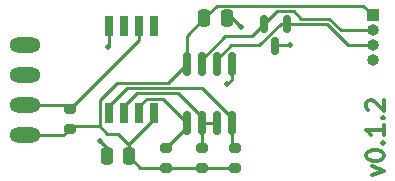
<source format=gbr>
%TF.GenerationSoftware,KiCad,Pcbnew,(6.0.0)*%
%TF.CreationDate,2022-01-09T12:52:57+00:00*%
%TF.ProjectId,DHT22,44485432-322e-46b6-9963-61645f706362,rev?*%
%TF.SameCoordinates,Original*%
%TF.FileFunction,Copper,L1,Top*%
%TF.FilePolarity,Positive*%
%FSLAX46Y46*%
G04 Gerber Fmt 4.6, Leading zero omitted, Abs format (unit mm)*
G04 Created by KiCad (PCBNEW (6.0.0)) date 2022-01-09 12:52:57*
%MOMM*%
%LPD*%
G01*
G04 APERTURE LIST*
G04 Aperture macros list*
%AMRoundRect*
0 Rectangle with rounded corners*
0 $1 Rounding radius*
0 $2 $3 $4 $5 $6 $7 $8 $9 X,Y pos of 4 corners*
0 Add a 4 corners polygon primitive as box body*
4,1,4,$2,$3,$4,$5,$6,$7,$8,$9,$2,$3,0*
0 Add four circle primitives for the rounded corners*
1,1,$1+$1,$2,$3*
1,1,$1+$1,$4,$5*
1,1,$1+$1,$6,$7*
1,1,$1+$1,$8,$9*
0 Add four rect primitives between the rounded corners*
20,1,$1+$1,$2,$3,$4,$5,0*
20,1,$1+$1,$4,$5,$6,$7,0*
20,1,$1+$1,$6,$7,$8,$9,0*
20,1,$1+$1,$8,$9,$2,$3,0*%
G04 Aperture macros list end*
%ADD10C,0.300000*%
%TA.AperFunction,NonConductor*%
%ADD11C,0.300000*%
%TD*%
%TA.AperFunction,SMDPad,CuDef*%
%ADD12RoundRect,0.250000X0.250000X0.475000X-0.250000X0.475000X-0.250000X-0.475000X0.250000X-0.475000X0*%
%TD*%
%TA.AperFunction,SMDPad,CuDef*%
%ADD13R,0.650000X1.700000*%
%TD*%
%TA.AperFunction,SMDPad,CuDef*%
%ADD14RoundRect,0.200000X0.275000X-0.200000X0.275000X0.200000X-0.275000X0.200000X-0.275000X-0.200000X0*%
%TD*%
%TA.AperFunction,SMDPad,CuDef*%
%ADD15RoundRect,0.150000X-0.150000X0.587500X-0.150000X-0.587500X0.150000X-0.587500X0.150000X0.587500X0*%
%TD*%
%TA.AperFunction,SMDPad,CuDef*%
%ADD16RoundRect,0.250000X-0.250000X-0.475000X0.250000X-0.475000X0.250000X0.475000X-0.250000X0.475000X0*%
%TD*%
%TA.AperFunction,SMDPad,CuDef*%
%ADD17RoundRect,0.150000X0.150000X-0.825000X0.150000X0.825000X-0.150000X0.825000X-0.150000X-0.825000X0*%
%TD*%
%TA.AperFunction,ComponentPad*%
%ADD18R,1.000000X1.000000*%
%TD*%
%TA.AperFunction,ComponentPad*%
%ADD19O,1.000000X1.000000*%
%TD*%
%TA.AperFunction,ComponentPad*%
%ADD20O,2.616000X1.308000*%
%TD*%
%TA.AperFunction,ViaPad*%
%ADD21C,0.508000*%
%TD*%
%TA.AperFunction,Conductor*%
%ADD22C,0.250000*%
%TD*%
G04 APERTURE END LIST*
D10*
D11*
X132012571Y-99861285D02*
X133012571Y-99504142D01*
X132012571Y-99147000D01*
X131512571Y-98289857D02*
X131512571Y-98147000D01*
X131584000Y-98004142D01*
X131655428Y-97932714D01*
X131798285Y-97861285D01*
X132084000Y-97789857D01*
X132441142Y-97789857D01*
X132726857Y-97861285D01*
X132869714Y-97932714D01*
X132941142Y-98004142D01*
X133012571Y-98147000D01*
X133012571Y-98289857D01*
X132941142Y-98432714D01*
X132869714Y-98504142D01*
X132726857Y-98575571D01*
X132441142Y-98647000D01*
X132084000Y-98647000D01*
X131798285Y-98575571D01*
X131655428Y-98504142D01*
X131584000Y-98432714D01*
X131512571Y-98289857D01*
X132869714Y-97147000D02*
X132941142Y-97075571D01*
X133012571Y-97147000D01*
X132941142Y-97218428D01*
X132869714Y-97147000D01*
X133012571Y-97147000D01*
X133012571Y-95647000D02*
X133012571Y-96504142D01*
X133012571Y-96075571D02*
X131512571Y-96075571D01*
X131726857Y-96218428D01*
X131869714Y-96361285D01*
X131941142Y-96504142D01*
X132869714Y-95004142D02*
X132941142Y-94932714D01*
X133012571Y-95004142D01*
X132941142Y-95075571D01*
X132869714Y-95004142D01*
X133012571Y-95004142D01*
X131655428Y-94361285D02*
X131584000Y-94289857D01*
X131512571Y-94147000D01*
X131512571Y-93789857D01*
X131584000Y-93647000D01*
X131655428Y-93575571D01*
X131798285Y-93504142D01*
X131941142Y-93504142D01*
X132155428Y-93575571D01*
X133012571Y-94432714D01*
X133012571Y-93504142D01*
D12*
%TO.P,C2,1*%
%TO.N,VCC*%
X111440000Y-98298000D03*
%TO.P,C2,2*%
%TO.N,GND*%
X109540000Y-98298000D03*
%TD*%
D13*
%TO.P,U1,1,~{RESET}/PB5*%
%TO.N,unconnected-(U1-Pad1)*%
X113538000Y-87282000D03*
%TO.P,U1,2,XTAL1/PB3*%
%TO.N,Net-(R4-Pad2)*%
X112268000Y-87282000D03*
%TO.P,U1,3,XTAL2/PB4*%
%TO.N,unconnected-(U1-Pad3)*%
X110998000Y-87282000D03*
%TO.P,U1,4,GND*%
%TO.N,GND*%
X109728000Y-87282000D03*
%TO.P,U1,5,AREF/PB0*%
%TO.N,Net-(R1-Pad2)*%
X109728000Y-94582000D03*
%TO.P,U1,6,PB1*%
%TO.N,Net-(R3-Pad2)*%
X110998000Y-94582000D03*
%TO.P,U1,7,PB2*%
%TO.N,Net-(R2-Pad2)*%
X112268000Y-94582000D03*
%TO.P,U1,8,VCC*%
%TO.N,VCC*%
X113538000Y-94582000D03*
%TD*%
D14*
%TO.P,R1,1*%
%TO.N,VCC*%
X120396000Y-99250000D03*
%TO.P,R1,2*%
%TO.N,Net-(R1-Pad2)*%
X120396000Y-97600000D03*
%TD*%
D15*
%TO.P,D1,1,A1*%
%TO.N,/A*%
X124775000Y-87073500D03*
%TO.P,D1,2,A2*%
%TO.N,/B*%
X122875000Y-87073500D03*
%TO.P,D1,3,common*%
%TO.N,GND*%
X123825000Y-88948500D03*
%TD*%
D16*
%TO.P,C1,1*%
%TO.N,VCC*%
X117795000Y-86614000D03*
%TO.P,C1,2*%
%TO.N,GND*%
X119695000Y-86614000D03*
%TD*%
D17*
%TO.P,U2,1,RO*%
%TO.N,Net-(R2-Pad2)*%
X116332000Y-95439000D03*
%TO.P,U2,2,~{RE}*%
%TO.N,Net-(R3-Pad2)*%
X117602000Y-95439000D03*
%TO.P,U2,3,DE*%
X118872000Y-95439000D03*
%TO.P,U2,4,DI*%
%TO.N,Net-(R1-Pad2)*%
X120142000Y-95439000D03*
%TO.P,U2,5,GND*%
%TO.N,GND*%
X120142000Y-90489000D03*
%TO.P,U2,6,A*%
%TO.N,/A*%
X118872000Y-90489000D03*
%TO.P,U2,7,B*%
%TO.N,/B*%
X117602000Y-90489000D03*
%TO.P,U2,8,VCC*%
%TO.N,VCC*%
X116332000Y-90489000D03*
%TD*%
D14*
%TO.P,R2,1*%
%TO.N,VCC*%
X114554000Y-99250000D03*
%TO.P,R2,2*%
%TO.N,Net-(R2-Pad2)*%
X114554000Y-97600000D03*
%TD*%
%TO.P,R3,1*%
%TO.N,VCC*%
X117602000Y-99250000D03*
%TO.P,R3,2*%
%TO.N,Net-(R3-Pad2)*%
X117602000Y-97600000D03*
%TD*%
%TO.P,R4,1*%
%TO.N,VCC*%
X106426000Y-95948000D03*
%TO.P,R4,2*%
%TO.N,Net-(R4-Pad2)*%
X106426000Y-94298000D03*
%TD*%
D18*
%TO.P,J2,1,Pin_1*%
%TO.N,VCC*%
X132080000Y-86360000D03*
D19*
%TO.P,J2,2,Pin_2*%
%TO.N,/B*%
X132080000Y-87630000D03*
%TO.P,J2,3,Pin_3*%
%TO.N,/A*%
X132080000Y-88900000D03*
%TO.P,J2,4,Pin_4*%
%TO.N,GND*%
X132080000Y-90170000D03*
%TD*%
D20*
%TO.P,U3,DATA,DATA*%
%TO.N,Net-(R4-Pad2)*%
X102616000Y-93980000D03*
%TO.P,U3,GND,GND*%
%TO.N,GND*%
X102616000Y-88900000D03*
%TO.P,U3,NC,NULL*%
%TO.N,unconnected-(U3-PadNC)*%
X102616000Y-91440000D03*
%TO.P,U3,VDD,VDD*%
%TO.N,VCC*%
X102616000Y-96520000D03*
%TD*%
D21*
%TO.N,GND*%
X120904000Y-87376000D03*
X109677200Y-89052400D03*
X119735600Y-92202000D03*
X125069600Y-88849200D03*
X108966000Y-97028000D03*
%TD*%
D22*
%TO.N,VCC*%
X111440000Y-97234022D02*
X111440000Y-98298000D01*
X113538000Y-95136022D02*
X111440000Y-97234022D01*
X113538000Y-94582000D02*
X113538000Y-95136022D01*
%TO.N,GND*%
X120142000Y-86614000D02*
X120904000Y-87376000D01*
X119695000Y-86614000D02*
X120142000Y-86614000D01*
X109540000Y-97602000D02*
X108966000Y-97028000D01*
X109540000Y-98298000D02*
X109540000Y-97602000D01*
%TO.N,VCC*%
X106426000Y-95948000D02*
X106616000Y-95758000D01*
X105854000Y-96520000D02*
X106426000Y-95948000D01*
X114762071Y-92058929D02*
X110427049Y-92058929D01*
X110427049Y-92058929D02*
X108966000Y-93519978D01*
X109601000Y-96393000D02*
X110490000Y-96393000D01*
X117795000Y-86614000D02*
X116332000Y-88077000D01*
X131281960Y-85561960D02*
X118847040Y-85561960D01*
X112392000Y-99250000D02*
X111440000Y-98298000D01*
X114554000Y-99250000D02*
X117602000Y-99250000D01*
X108966000Y-95758000D02*
X109601000Y-96393000D01*
X114554000Y-99250000D02*
X112392000Y-99250000D01*
X111440000Y-97343000D02*
X111440000Y-98298000D01*
X116332000Y-90489000D02*
X114762071Y-92058929D01*
X108966000Y-93519978D02*
X108966000Y-95758000D01*
X120396000Y-99250000D02*
X117602000Y-99250000D01*
X105854000Y-96520000D02*
X102616000Y-96520000D01*
X106616000Y-95758000D02*
X108966000Y-95758000D01*
X118847040Y-85561960D02*
X117795000Y-86614000D01*
X116332000Y-88077000D02*
X116332000Y-90489000D01*
X110490000Y-96393000D02*
X111440000Y-97343000D01*
X132080000Y-86360000D02*
X131281960Y-85561960D01*
%TO.N,GND*%
X109728000Y-89001600D02*
X109677200Y-89052400D01*
X123924300Y-88849200D02*
X123825000Y-88948500D01*
X120142000Y-91795600D02*
X119735600Y-92202000D01*
X120142000Y-90489000D02*
X120142000Y-91795600D01*
X125069600Y-88849200D02*
X123924300Y-88849200D01*
X109728000Y-87282000D02*
X109728000Y-89001600D01*
%TO.N,Net-(R1-Pad2)*%
X117587521Y-92508449D02*
X120142000Y-95062928D01*
X109728000Y-94057000D02*
X111276551Y-92508449D01*
X120142000Y-97346000D02*
X120396000Y-97600000D01*
X120142000Y-95062928D02*
X120142000Y-95439000D01*
X120142000Y-95439000D02*
X120142000Y-97346000D01*
X109728000Y-94582000D02*
X109728000Y-94057000D01*
X111276551Y-92508449D02*
X117587521Y-92508449D01*
%TO.N,Net-(R2-Pad2)*%
X116332000Y-95822000D02*
X114554000Y-97600000D01*
X112268000Y-94057000D02*
X112917511Y-93407489D01*
X112917511Y-93407489D02*
X114300489Y-93407489D01*
X114300489Y-93407489D02*
X116332000Y-95439000D01*
X112268000Y-94582000D02*
X112268000Y-94057000D01*
X116332000Y-95439000D02*
X116332000Y-95822000D01*
%TO.N,Net-(R3-Pad2)*%
X110998000Y-94582000D02*
X110998000Y-94057000D01*
X112097031Y-92957969D02*
X115563969Y-92957969D01*
X110998000Y-94057000D02*
X112097031Y-92957969D01*
X118872000Y-95439000D02*
X117602000Y-95439000D01*
X117602000Y-94996000D02*
X117602000Y-95439000D01*
X117602000Y-95439000D02*
X117602000Y-97600000D01*
X115563969Y-92957969D02*
X117602000Y-94996000D01*
%TO.N,/A*%
X129997200Y-88900000D02*
X132080000Y-88900000D01*
X124291428Y-87073500D02*
X124775000Y-87073500D01*
X128168400Y-87071200D02*
X129997200Y-88900000D01*
X118872000Y-90489000D02*
X118872000Y-90112928D01*
X120084928Y-88900000D02*
X122464928Y-88900000D01*
X124777300Y-87071200D02*
X128168400Y-87071200D01*
X124775000Y-87073500D02*
X124777300Y-87071200D01*
X122464928Y-88900000D02*
X124291428Y-87073500D01*
X118872000Y-90112928D02*
X120084928Y-88900000D01*
%TO.N,/B*%
X128354598Y-86621680D02*
X129362918Y-87630000D01*
X122875000Y-87073500D02*
X123937020Y-86011480D01*
X125424600Y-86011480D02*
X126034800Y-86621680D01*
X117602000Y-90112928D02*
X119576928Y-88138000D01*
X126034800Y-86621680D02*
X128354598Y-86621680D01*
X117602000Y-90489000D02*
X117602000Y-90112928D01*
X129362918Y-87630000D02*
X132080000Y-87630000D01*
X119576928Y-88138000D02*
X121810500Y-88138000D01*
X121810500Y-88138000D02*
X122875000Y-87073500D01*
X123937020Y-86011480D02*
X125424600Y-86011480D01*
%TO.N,Net-(R4-Pad2)*%
X112268000Y-88456000D02*
X106426000Y-94298000D01*
X106108000Y-93980000D02*
X102616000Y-93980000D01*
X112268000Y-87282000D02*
X112268000Y-88456000D01*
X106426000Y-94298000D02*
X106108000Y-93980000D01*
%TD*%
M02*

</source>
